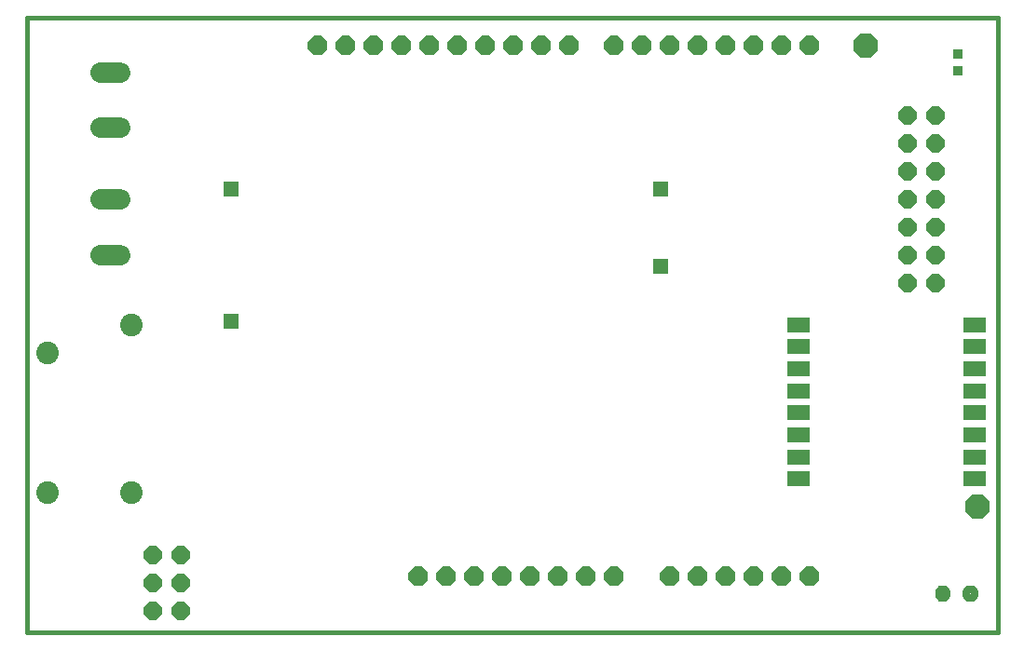
<source format=gts>
G75*
%MOIN*%
%OFA0B0*%
%FSLAX25Y25*%
%IPPOS*%
%LPD*%
%AMOC8*
5,1,8,0,0,1.08239X$1,22.5*
%
%ADD10C,0.01600*%
%ADD11R,0.03550X0.03550*%
%ADD12R,0.08274X0.05518*%
%ADD13OC8,0.08900*%
%ADD14OC8,0.07000*%
%ADD15C,0.07450*%
%ADD16OC8,0.06400*%
%ADD17C,0.01120*%
%ADD18R,0.05550X0.05550*%
%ADD19C,0.08077*%
D10*
X0001800Y0005000D02*
X0349300Y0005000D01*
X0349300Y0225000D01*
X0001800Y0225000D01*
X0001800Y0005000D01*
D11*
X0334871Y0206063D03*
X0334871Y0211969D03*
D12*
X0340796Y0115059D03*
X0340796Y0107185D03*
X0340796Y0099311D03*
X0340796Y0091437D03*
X0340796Y0083563D03*
X0340796Y0075689D03*
X0340796Y0067815D03*
X0340796Y0059941D03*
X0277804Y0059941D03*
X0277804Y0067815D03*
X0277804Y0075689D03*
X0277804Y0083563D03*
X0277804Y0091437D03*
X0277804Y0099311D03*
X0277804Y0107185D03*
X0277804Y0115059D03*
D13*
X0341800Y0050000D03*
X0301800Y0215000D03*
D14*
X0281800Y0215000D03*
X0271800Y0215000D03*
X0261800Y0215000D03*
X0251800Y0215000D03*
X0241800Y0215000D03*
X0231800Y0215000D03*
X0221800Y0215000D03*
X0211800Y0215000D03*
X0195800Y0215000D03*
X0185800Y0215000D03*
X0175800Y0215000D03*
X0165800Y0215000D03*
X0155800Y0215000D03*
X0145800Y0215000D03*
X0135800Y0215000D03*
X0125800Y0215000D03*
X0115800Y0215000D03*
X0105800Y0215000D03*
X0141800Y0025000D03*
X0151800Y0025000D03*
X0161800Y0025000D03*
X0171800Y0025000D03*
X0181800Y0025000D03*
X0191800Y0025000D03*
X0201800Y0025000D03*
X0211800Y0025000D03*
X0231800Y0025000D03*
X0241800Y0025000D03*
X0251800Y0025000D03*
X0261800Y0025000D03*
X0271800Y0025000D03*
X0281800Y0025000D03*
D15*
X0035325Y0140157D02*
X0028275Y0140157D01*
X0028275Y0159843D02*
X0035325Y0159843D01*
X0035325Y0185551D02*
X0028275Y0185551D01*
X0028275Y0205236D02*
X0035325Y0205236D01*
D16*
X0046800Y0032500D03*
X0056800Y0032500D03*
X0056800Y0022500D03*
X0046800Y0022500D03*
X0046800Y0012500D03*
X0056800Y0012500D03*
X0316800Y0130000D03*
X0326800Y0130000D03*
X0326800Y0140000D03*
X0316800Y0140000D03*
X0316800Y0150000D03*
X0326800Y0150000D03*
X0326800Y0160000D03*
X0316800Y0160000D03*
X0316800Y0170000D03*
X0326800Y0170000D03*
X0326800Y0180000D03*
X0316800Y0180000D03*
X0316800Y0190000D03*
X0326800Y0190000D03*
D17*
X0329718Y0017337D02*
X0330278Y0016777D01*
X0328422Y0016777D01*
X0327111Y0018088D01*
X0327111Y0019944D01*
X0328422Y0021255D01*
X0330278Y0021255D01*
X0331589Y0019944D01*
X0331589Y0018088D01*
X0330278Y0016777D01*
X0329930Y0017617D01*
X0328770Y0017617D01*
X0327951Y0018436D01*
X0327951Y0019596D01*
X0328770Y0020415D01*
X0329930Y0020415D01*
X0330749Y0019596D01*
X0330749Y0018436D01*
X0329930Y0017617D01*
X0329582Y0018457D01*
X0329118Y0018457D01*
X0328791Y0018784D01*
X0328791Y0019248D01*
X0329118Y0019575D01*
X0329582Y0019575D01*
X0329909Y0019248D01*
X0329909Y0018784D01*
X0329582Y0018457D01*
X0339618Y0017337D02*
X0340178Y0016777D01*
X0338322Y0016777D01*
X0337011Y0018088D01*
X0337011Y0019944D01*
X0338322Y0021255D01*
X0340178Y0021255D01*
X0341489Y0019944D01*
X0341489Y0018088D01*
X0340178Y0016777D01*
X0339830Y0017617D01*
X0338670Y0017617D01*
X0337851Y0018436D01*
X0337851Y0019596D01*
X0338670Y0020415D01*
X0339830Y0020415D01*
X0340649Y0019596D01*
X0340649Y0018436D01*
X0339830Y0017617D01*
X0339482Y0018457D01*
X0339018Y0018457D01*
X0338691Y0018784D01*
X0338691Y0019248D01*
X0339018Y0019575D01*
X0339482Y0019575D01*
X0339809Y0019248D01*
X0339809Y0018784D01*
X0339482Y0018457D01*
D18*
X0228572Y0136063D03*
X0228572Y0163622D03*
X0075028Y0163622D03*
X0075028Y0116378D03*
D19*
X0039300Y0114921D03*
X0009300Y0104921D03*
X0009300Y0054921D03*
X0039300Y0054921D03*
M02*

</source>
